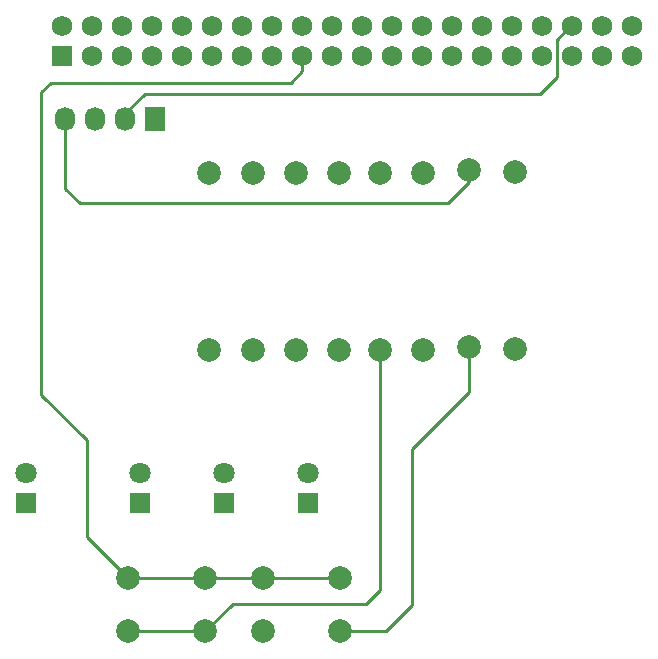
<source format=gbr>
G04 #@! TF.FileFunction,Copper,L2,Bot,Signal*
%FSLAX46Y46*%
G04 Gerber Fmt 4.6, Leading zero omitted, Abs format (unit mm)*
G04 Created by KiCad (PCBNEW 4.0.6) date Monday 17 April 2017 17:24:00*
%MOMM*%
%LPD*%
G01*
G04 APERTURE LIST*
%ADD10C,0.100000*%
%ADD11C,1.727200*%
%ADD12R,1.727200X1.727200*%
%ADD13C,1.998980*%
%ADD14C,2.000000*%
%ADD15R,1.800000X1.800000*%
%ADD16C,1.800000*%
%ADD17R,1.727200X2.032000*%
%ADD18O,1.727200X2.032000*%
%ADD19C,0.250000*%
G04 APERTURE END LIST*
D10*
D11*
X64250000Y-32702000D03*
X61710000Y-32702000D03*
X66790000Y-32702000D03*
X69330000Y-32702000D03*
X79490000Y-32702000D03*
X76950000Y-32702000D03*
X71870000Y-32702000D03*
X74410000Y-32702000D03*
X82030000Y-32702000D03*
X84570000Y-32702000D03*
X59170000Y-32702000D03*
X56630000Y-32702000D03*
X49010000Y-32702000D03*
X46470000Y-32702000D03*
X51550000Y-32702000D03*
X54090000Y-32702000D03*
X43930000Y-32702000D03*
X41390000Y-32702000D03*
D12*
X36310000Y-32702000D03*
D11*
X38850000Y-32702000D03*
X38850000Y-30162000D03*
X36310000Y-30162000D03*
X41390000Y-30162000D03*
X43930000Y-30162000D03*
X54090000Y-30162000D03*
X51550000Y-30162000D03*
X46470000Y-30162000D03*
X49010000Y-30162000D03*
X56630000Y-30162000D03*
X59170000Y-30162000D03*
X84570000Y-30162000D03*
X82030000Y-30162000D03*
X74410000Y-30162000D03*
X71870000Y-30162000D03*
X76950000Y-30162000D03*
X79490000Y-30162000D03*
X69330000Y-30162000D03*
X66790000Y-30162000D03*
X61710000Y-30162000D03*
X64250000Y-30162000D03*
D13*
X74676000Y-57531000D03*
X74676000Y-42531000D03*
X63182500Y-42672000D03*
X63182500Y-57672000D03*
X66865500Y-42608500D03*
X66865500Y-57608500D03*
X48768000Y-42672000D03*
X48768000Y-57672000D03*
D14*
X41910000Y-81462000D03*
X41910000Y-76962000D03*
X48410000Y-81462000D03*
X48410000Y-76962000D03*
X53340000Y-81462000D03*
X53340000Y-76962000D03*
X59840000Y-81462000D03*
X59840000Y-76962000D03*
D15*
X33274000Y-70612000D03*
D16*
X33274000Y-68072000D03*
D13*
X56070500Y-42672000D03*
X56070500Y-57672000D03*
D15*
X42926000Y-70612000D03*
D16*
X42926000Y-68072000D03*
D15*
X50038000Y-70612000D03*
D16*
X50038000Y-68072000D03*
D15*
X57150000Y-70612000D03*
D16*
X57150000Y-68072000D03*
D13*
X70739000Y-57404000D03*
X70739000Y-42404000D03*
X59753500Y-42608500D03*
X59753500Y-57608500D03*
X52451000Y-42672000D03*
X52451000Y-57672000D03*
D17*
X44196000Y-38100000D03*
D18*
X41656000Y-38100000D03*
X39116000Y-38100000D03*
X36576000Y-38100000D03*
D19*
X70739000Y-42404000D02*
X70739000Y-43434000D01*
X36576000Y-44005500D02*
X36576000Y-38100000D01*
X37782500Y-45212000D02*
X36576000Y-44005500D01*
X68961000Y-45212000D02*
X37782500Y-45212000D01*
X70739000Y-43434000D02*
X68961000Y-45212000D01*
X70739000Y-42418000D02*
X70739000Y-42404000D01*
X56630000Y-32702000D02*
X56630000Y-34048000D01*
X38417500Y-73469500D02*
X41910000Y-76962000D01*
X38417500Y-65278000D02*
X38417500Y-73469500D01*
X34544000Y-61404500D02*
X38417500Y-65278000D01*
X34544000Y-35814000D02*
X34544000Y-61404500D01*
X35369500Y-34988500D02*
X34544000Y-35814000D01*
X55689500Y-34988500D02*
X35369500Y-34988500D01*
X56630000Y-34048000D02*
X55689500Y-34988500D01*
X53340000Y-76962000D02*
X59840000Y-76962000D01*
X53022500Y-76644500D02*
X53340000Y-76962000D01*
X53340000Y-76962000D02*
X48410000Y-76962000D01*
X48410000Y-76962000D02*
X41910000Y-76962000D01*
X63182500Y-57672000D02*
X63182500Y-71247000D01*
X50751000Y-79121000D02*
X48410000Y-81462000D01*
X62039500Y-79121000D02*
X50751000Y-79121000D01*
X63182500Y-77978000D02*
X62039500Y-79121000D01*
X63182500Y-76073000D02*
X63182500Y-77978000D01*
X63182500Y-71247000D02*
X63182500Y-76073000D01*
X41910000Y-81462000D02*
X48410000Y-81462000D01*
X63246000Y-57658000D02*
X63182500Y-57672000D01*
X59840000Y-81462000D02*
X63699000Y-81462000D01*
X70739000Y-61150500D02*
X70739000Y-57404000D01*
X65913000Y-65976500D02*
X70739000Y-61150500D01*
X65913000Y-79248000D02*
X65913000Y-65976500D01*
X63699000Y-81462000D02*
X65913000Y-79248000D01*
X52514500Y-57608500D02*
X52514500Y-57594500D01*
X52514500Y-57594500D02*
X52451000Y-57658000D01*
X41656000Y-38100000D02*
X41656000Y-37592000D01*
X41656000Y-37592000D02*
X43307000Y-35941000D01*
X78232000Y-31420000D02*
X79438500Y-29972000D01*
X78232000Y-34480500D02*
X78232000Y-31420000D01*
X76771500Y-35941000D02*
X78232000Y-34480500D01*
X43307000Y-35941000D02*
X76771500Y-35941000D01*
X79438500Y-29972000D02*
X79450500Y-29909000D01*
X41656000Y-37973000D02*
X41656000Y-38100000D01*
M02*

</source>
